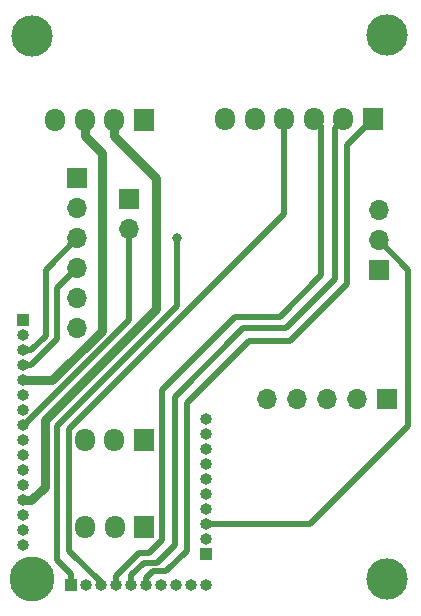
<source format=gbl>
G04 #@! TF.GenerationSoftware,KiCad,Pcbnew,7.0.6*
G04 #@! TF.CreationDate,2023-10-04T20:15:19-05:00*
G04 #@! TF.ProjectId,qvadrans_adapter_board,71766164-7261-46e7-935f-616461707465,rev?*
G04 #@! TF.SameCoordinates,Original*
G04 #@! TF.FileFunction,Copper,L2,Bot*
G04 #@! TF.FilePolarity,Positive*
%FSLAX46Y46*%
G04 Gerber Fmt 4.6, Leading zero omitted, Abs format (unit mm)*
G04 Created by KiCad (PCBNEW 7.0.6) date 2023-10-04 20:15:19*
%MOMM*%
%LPD*%
G01*
G04 APERTURE LIST*
G04 #@! TA.AperFunction,ComponentPad*
%ADD10R,1.700000X1.700000*%
G04 #@! TD*
G04 #@! TA.AperFunction,ComponentPad*
%ADD11O,1.700000X1.700000*%
G04 #@! TD*
G04 #@! TA.AperFunction,ComponentPad*
%ADD12C,3.500000*%
G04 #@! TD*
G04 #@! TA.AperFunction,ComponentPad*
%ADD13R,1.700000X1.950000*%
G04 #@! TD*
G04 #@! TA.AperFunction,ComponentPad*
%ADD14O,1.700000X1.950000*%
G04 #@! TD*
G04 #@! TA.AperFunction,ComponentPad*
%ADD15O,1.000000X1.000000*%
G04 #@! TD*
G04 #@! TA.AperFunction,ComponentPad*
%ADD16R,1.000000X1.000000*%
G04 #@! TD*
G04 #@! TA.AperFunction,ComponentPad*
%ADD17C,3.800000*%
G04 #@! TD*
G04 #@! TA.AperFunction,ViaPad*
%ADD18C,0.800000*%
G04 #@! TD*
G04 #@! TA.AperFunction,Conductor*
%ADD19C,0.500000*%
G04 #@! TD*
G04 #@! TA.AperFunction,Conductor*
%ADD20C,0.750000*%
G04 #@! TD*
G04 APERTURE END LIST*
D10*
X150950000Y-113600000D03*
D11*
X148410000Y-113600000D03*
X145870000Y-113600000D03*
X143330000Y-113600000D03*
X140790000Y-113600000D03*
D12*
X150975000Y-128850000D03*
D13*
X130390000Y-89998000D03*
D14*
X127890000Y-89998000D03*
X125390000Y-89998000D03*
X122890000Y-89998000D03*
D10*
X124750000Y-94940000D03*
D11*
X124750000Y-97480000D03*
X124750000Y-100020000D03*
X124750000Y-102560000D03*
X124750000Y-105100000D03*
X124750000Y-107640000D03*
D13*
X149790000Y-89898000D03*
D14*
X147290000Y-89898000D03*
X144790000Y-89898000D03*
X142290000Y-89898000D03*
X139790000Y-89898000D03*
X137290000Y-89898000D03*
D10*
X150275000Y-102730000D03*
D11*
X150275000Y-100190000D03*
X150275000Y-97650000D03*
D10*
X129150000Y-96700000D03*
D11*
X129150000Y-99240000D03*
D12*
X150970000Y-82838000D03*
D13*
X130400000Y-117075000D03*
D14*
X127900000Y-117075000D03*
X125400000Y-117075000D03*
D15*
X135705000Y-125440000D03*
X135705000Y-116550000D03*
X135705000Y-117820000D03*
X135705000Y-124170000D03*
X135705000Y-115280000D03*
D16*
X135705000Y-126710000D03*
X124250000Y-129408000D03*
D15*
X125520000Y-129408000D03*
X126790000Y-129408000D03*
X128060000Y-129408000D03*
X129330000Y-129408000D03*
X130600000Y-129408000D03*
D16*
X120150000Y-106958000D03*
D15*
X120150000Y-108228000D03*
X120150000Y-109498000D03*
X120150000Y-110768000D03*
X120150000Y-112038000D03*
X133140000Y-129408000D03*
X134410000Y-129408000D03*
X135680000Y-129408000D03*
X120150000Y-115848000D03*
X120150000Y-117118000D03*
X120150000Y-118388000D03*
X120150000Y-119658000D03*
X120150000Y-120928000D03*
X120150000Y-122198000D03*
X135705000Y-122900000D03*
X135705000Y-121630000D03*
X135705000Y-120360000D03*
X131870000Y-129408000D03*
X135705000Y-119090000D03*
X120150000Y-113308000D03*
X120150000Y-114578000D03*
X120150000Y-123468000D03*
X120150000Y-124738000D03*
X120150000Y-126008000D03*
D13*
X130425000Y-124450000D03*
D14*
X127925000Y-124450000D03*
X125425000Y-124450000D03*
D12*
X120975000Y-82850000D03*
D17*
X120975000Y-128850000D03*
D18*
X133200000Y-100000000D03*
D19*
X146550000Y-90638000D02*
X147290000Y-89898000D01*
X146550000Y-103500000D02*
X146550000Y-90638000D01*
X133000000Y-125975000D02*
X133000000Y-113475000D01*
X142400000Y-107650000D02*
X146550000Y-103500000D01*
X130400000Y-127475000D02*
X131500000Y-127475000D01*
X133000000Y-113475000D02*
X138825000Y-107650000D01*
X129330000Y-128545000D02*
X130400000Y-127475000D01*
X131500000Y-127475000D02*
X133000000Y-125975000D01*
X138825000Y-107650000D02*
X142400000Y-107650000D01*
X129330000Y-129408000D02*
X129330000Y-128545000D01*
X147600000Y-92088000D02*
X149790000Y-89898000D01*
X147600000Y-103875000D02*
X147600000Y-92088000D01*
X139275000Y-108725000D02*
X142750000Y-108725000D01*
X142750000Y-108725000D02*
X147600000Y-103875000D01*
X134050000Y-126450000D02*
X134050000Y-113950000D01*
X132285000Y-128215000D02*
X134050000Y-126450000D01*
X134050000Y-113950000D02*
X139275000Y-108725000D01*
X130600000Y-128800000D02*
X131185000Y-128215000D01*
X131185000Y-128215000D02*
X132285000Y-128215000D01*
X130600000Y-129408000D02*
X130600000Y-128800000D01*
X145400000Y-90508000D02*
X144790000Y-89898000D01*
X145400000Y-103150000D02*
X145400000Y-90508000D01*
X131923000Y-125564500D02*
X131923000Y-112877000D01*
X130000000Y-126625000D02*
X130862500Y-126625000D01*
X131923000Y-112877000D02*
X138150000Y-106650000D01*
X138150000Y-106650000D02*
X141900000Y-106650000D01*
X141900000Y-106650000D02*
X145400000Y-103150000D01*
X128060000Y-128565000D02*
X130000000Y-126625000D01*
X128060000Y-129408000D02*
X128060000Y-128565000D01*
X130862500Y-126625000D02*
X131923000Y-125564500D01*
X120223503Y-115848000D02*
X129150000Y-106921503D01*
X129150000Y-106921503D02*
X129150000Y-99240000D01*
X120150000Y-115848000D02*
X120223503Y-115848000D01*
D20*
X126850000Y-107837500D02*
X122649500Y-112038000D01*
X122649500Y-112038000D02*
X120150000Y-112038000D01*
X126850000Y-92825000D02*
X126850000Y-107837500D01*
X125390000Y-89998000D02*
X125390000Y-91365000D01*
X125390000Y-91365000D02*
X126850000Y-92825000D01*
X120857106Y-122198000D02*
X120150000Y-122198000D01*
X122025000Y-121030106D02*
X120857106Y-122198000D01*
X131450000Y-94950000D02*
X131450000Y-106000000D01*
X131450000Y-106000000D02*
X122025000Y-115425000D01*
X127890000Y-91390000D02*
X131450000Y-94950000D01*
X122025000Y-115425000D02*
X122025000Y-121030106D01*
X127890000Y-89998000D02*
X127890000Y-91390000D01*
D19*
X133200000Y-105750000D02*
X133200000Y-100000000D01*
X123075000Y-127233000D02*
X123075000Y-115875000D01*
X124250000Y-128408000D02*
X123075000Y-127233000D01*
X123075000Y-115875000D02*
X133200000Y-105750000D01*
X124250000Y-129408000D02*
X124250000Y-128408000D01*
X142290000Y-97960000D02*
X142290000Y-89898000D01*
X124100000Y-116150000D02*
X142290000Y-97960000D01*
X124100000Y-126450000D02*
X124100000Y-116150000D01*
X126790000Y-129140000D02*
X124100000Y-126450000D01*
X126790000Y-129408000D02*
X126790000Y-129140000D01*
X152775000Y-115900000D02*
X152775000Y-102690000D01*
X144505000Y-124170000D02*
X152775000Y-115900000D01*
X135705000Y-124170000D02*
X144505000Y-124170000D01*
X152775000Y-102690000D02*
X150275000Y-100190000D01*
X122100000Y-102670000D02*
X124750000Y-100020000D01*
X120150000Y-109498000D02*
X120857106Y-109498000D01*
X122100000Y-108255106D02*
X122100000Y-102670000D01*
X120857106Y-109498000D02*
X122100000Y-108255106D01*
X120150000Y-110768000D02*
X120857106Y-110768000D01*
X123050000Y-104260000D02*
X124750000Y-102560000D01*
X120857106Y-110768000D02*
X123050000Y-108575106D01*
X123050000Y-108575106D02*
X123050000Y-104260000D01*
M02*

</source>
